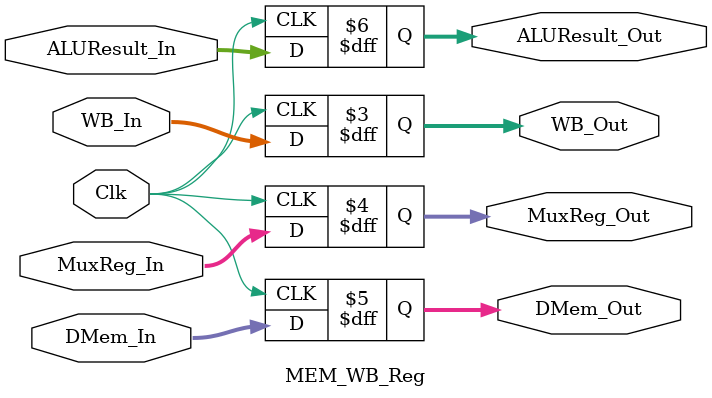
<source format=v>
`timescale 1ns / 1ps


module MEM_WB_Reg(Clk, WB_In, WB_Out, DMem_In, DMem_Out, ALUResult_In, ALUResult_Out, MuxReg_In, MuxReg_Out);

	input Clk;
	input [1:0] WB_In;
	input [31:0] DMem_In, ALUResult_In;
	input [4:0] MuxReg_In;
	
	output reg [1:0] WB_Out;
	output reg [4:0] MuxReg_Out;
	output reg [31:0] DMem_Out, ALUResult_Out;
	
	initial begin
	   WB_Out <= 0;
	   MuxReg_Out <= 0;
	   DMem_Out <= 0;
	   ALUResult_Out <= 0;
	end
	
	//write the rest of the stuff here
	always@(posedge Clk)
		begin	
        WB_Out = WB_In; //willbe used a the control signal for MemReg Mux
        DMem_Out = DMem_In;
        ALUResult_Out = ALUResult_In;
        MuxReg_Out = MuxReg_In;
     end	

endmodule
</source>
